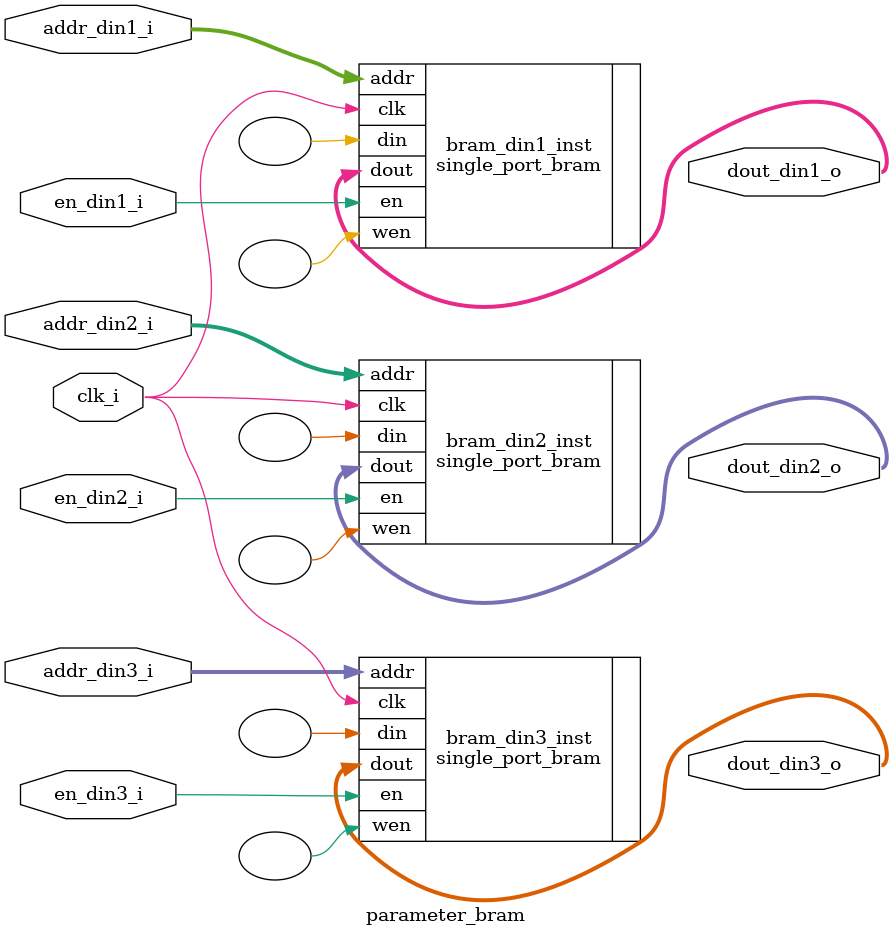
<source format=v>
module parameter_bram(
    input wire clk_i,
    input wire en_din1_i,
    input wire en_din2_i,
    input wire en_din3_i,
    input wire [9:0] addr_din1_i,
    input wire [9:0] addr_din2_i,
    input wire [9:0] addr_din3_i,
    
    output wire [63:0] dout_din1_o,
    output wire [7:0] dout_din2_o,
    output wire [7:0] dout_din3_o
    );

single_port_bram #(
    .WIDTH(64),
    .DEPTH(1024),
    .INIT_FILE("din2.txt")
) bram_din1_inst(
    .clk(clk_i),
    .en(en_din1_i),
    .wen(),
    .addr(addr_din1_i),
    .din(),
    .dout(dout_din1_o)
);

single_port_bram #(
    .WIDTH(8),
    .DEPTH(1024),
    .INIT_FILE("din1.txt")
) bram_din2_inst(
    .clk(clk_i),
    .en(en_din2_i),
    .wen(),
    .addr(addr_din2_i),
    .din(),
    .dout(dout_din2_o)
);

single_port_bram #(
    .WIDTH(8),
    .DEPTH(1024),
    .INIT_FILE("din3.txt")
) bram_din3_inst(
    .clk(clk_i),
    .en(en_din3_i),
    .wen(),
    .addr(addr_din3_i),
    .din(),
    .dout(dout_din3_o)
);
endmodule

</source>
